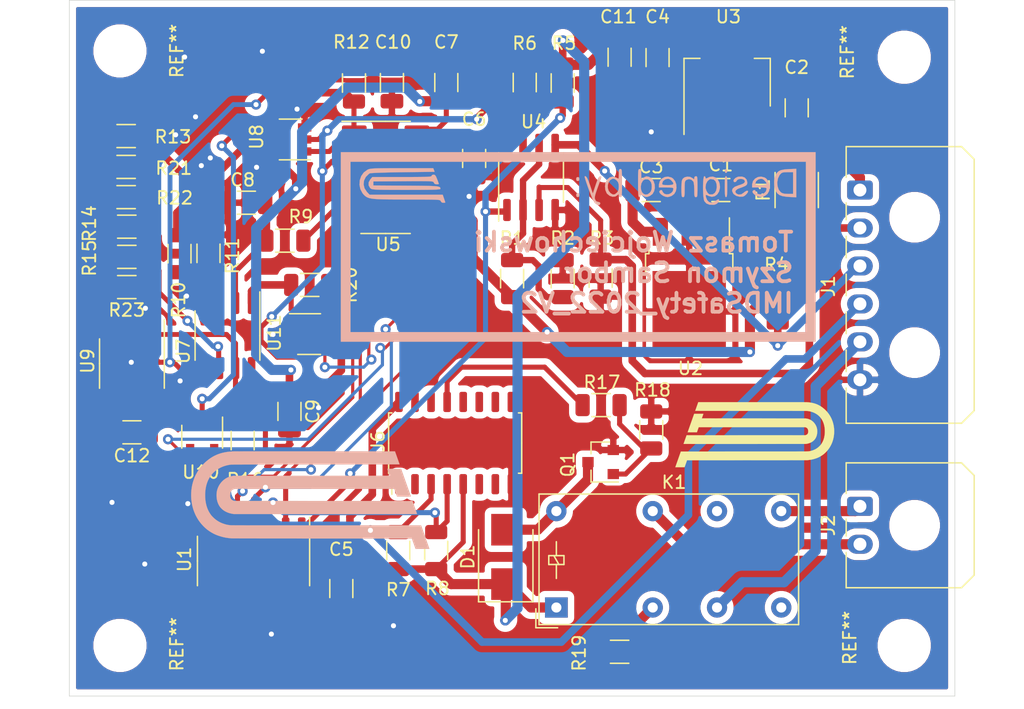
<source format=kicad_pcb>
(kicad_pcb (version 20211014) (generator pcbnew)
  (layers (0 "F.Cu" signal) (31 "B.Cu" signal) (34 "B.Paste" user) (35 "F.Paste" user) (36 "B.SilkS" user "B.Silkscreen") (37 "F.SilkS" user "F.Silkscreen") (38 "B.Mask" user) (39 "F.Mask" user) (44 "Edge.Cuts" user))
  (net 0 "")
  (net 1 "GND")
  (net 2 "+24V")
  (net 3 "+12V")
  (net 4 "+5V")
  (net 5 "Net-(C8-Pad1)")
  (net 6 "Net-(C10-Pad1)")
  (net 7 "Net-(F1-Pad2)")
  (net 8 "COCKPIT_LED")
  (net 9 "EXT_RESET")
  (net 10 "IMD_PWM_LS")
  (net 11 "IMD_OK_HS")
  (net 12 "SAFETY_2")
  (net 13 "SAFETY_1")
  (net 14 "Net-(K1-Pad14)")
  (net 15 "Net-(K1-Pad11)")
  (net 16 "Net-(K1-Pad22)")
  (net 17 "Net-(Q1-Pad1)")
  (net 18 "Net-(R1-Pad2)")
  (net 19 "OK_HS_TTL")
  (net 20 "PWM_TTL")
  (net 21 "Net-(R8-Pad2)")
  (net 22 "Net-(R9-Pad2)")
  (net 23 "Net-(R10-Pad1)")
  (net 24 "Net-(R12-Pad2)")
  (net 25 "Net-(R13-Pad1)")
  (net 26 "Net-(R14-Pad1)")
  (net 27 "Net-(R16-Pad2)")
  (net 28 "Net-(R17-Pad2)")
  (net 29 "PWM_OK")
  (net 30 "Net-(U5-Pad4)")
  (net 31 "Net-(U5-Pad2)")
  (net 32 "Net-(U6-Pad15)")
  (net 33 "Net-(U6-Pad14)")
  (net 34 "Net-(U6-Pad12)")
  (net 35 "Net-(U6-Pad11)")
  (net 36 "Net-(U6-Pad10)")
  (net 37 "Net-(U6-Pad9)")
  (net 38 "Net-(U6-Pad7)")
  (net 39 "Net-(U6-Pad6)")
  (net 40 "Net-(U6-Pad1)")
  (net 41 "Net-(D1-Pad2)")
  (net 42 "Net-(R20-Pad2)")
  (net 43 "Net-(U1-Pad6)")
  (net 44 "Net-(U1-Pad5)")
  (net 45 "Net-(U1-Pad4)")
  (net 46 "Net-(U1-Pad2)")
  (net 47 "DUTY_OK")
  (net 48 "Net-(R14-Pad2)")
  (net 49 "Net-(R15-Pad1)")
  (net 50 "Net-(R21-Pad1)")
  (footprint "Capacitor_SMD:C_1206_3216Metric" (layer "F.Cu") (at 176.5 82.5 180)
    (fp_text reference "C1")
    (fp_text value "1u/35V")
  )
  (footprint "Capacitor_SMD:C_1206_3216Metric" (layer "F.Cu") (at 182.5 76 90)
    (fp_text reference "C2")
    (fp_text value "1u/35V")
  )
  (footprint "Capacitor_SMD:C_1206_3216Metric" (layer "F.Cu") (at 171 82.5)
    (fp_text reference "C3")
    (fp_text value "1u/35V")
  )
  (footprint "Capacitor_SMD:C_1206_3216Metric" (layer "F.Cu") (at 171.5 72.025 -90)
    (fp_text reference "C4")
    (fp_text value "1u/35V")
  )
  (footprint "Capacitor_SMD:C_1206_3216Metric" (layer "F.Cu") (at 146.5 114 90)
    (fp_text reference "C5")
    (fp_text value "100nF/35V")
  )
  (footprint "Capacitor_SMD:C_1206_3216Metric" (layer "F.Cu") (at 157 80 -90)
    (fp_text reference "C6")
    (fp_text value "100nF/35V")
  )
  (footprint "Capacitor_SMD:C_1206_3216Metric" (layer "F.Cu") (at 154.8 74 90)
    (fp_text reference "C7")
    (fp_text value "100nF/35V")
  )
  (footprint "Capacitor_SMD:C_1206_3216Metric" (layer "F.Cu") (at 139 83.5 180)
    (fp_text reference "C8")
    (fp_text value "1u/35V")
  )
  (footprint "Capacitor_SMD:C_1206_3216Metric" (layer "F.Cu") (at 142.4 100 -90)
    (fp_text reference "C9")
    (fp_text value "100nF/35V")
  )
  (footprint "Capacitor_SMD:C_1206_3216Metric" (layer "F.Cu") (at 150.5 74 -90)
    (fp_text reference "C10")
    (fp_text value "1u/35V")
  )
  (footprint "Capacitor_SMD:C_1206_3216Metric" (layer "F.Cu") (at 168.5 72 -90)
    (fp_text reference "C11")
    (fp_text value "100nF/35V")
  )
  (footprint "Capacitor_SMD:C_1206_3216Metric" (layer "F.Cu") (at 129.9464 101.6508 180)
    (fp_text reference "C12")
    (fp_text value "100nF/35V")
  )
  (footprint "Diode_SMD:D_SMB" (layer "F.Cu") (at 159.5 111.5 90)
    (fp_text reference "D1")
    (fp_text value "D_Small")
  )
  (footprint "Fuse:Fuse_1812_4532Metric" (layer "F.Cu") (at 182.5 82.5 90)
    (fp_text reference "F1")
    (fp_text value "Fuse")
  )
  (footprint "Connector_Molex:Molex_Micro-Fit_3.0_43650-0600_1x06_P3.00mm_Horizontal" (layer "F.Cu") (at 187.5 82.5 -90)
    (fp_text reference "J1")
    (fp_text value "Conn_01x06")
  )
  (footprint "Connector_Molex:Molex_Micro-Fit_3.0_43650-0200_1x02_P3.00mm_Horizontal" (layer "F.Cu") (at 187.5 107.5 -90)
    (fp_text reference "J2")
    (fp_text value "Conn_01x02")
  )
  (footprint "Relay_THT:Relay_DPDT_Finder_30.22" (layer "F.Cu") (at 163.5 115.5)
    (fp_text reference "K1")
    (fp_text value "FINDER-30.22.7.005.0010")
  )
  (footprint "Package_TO_SOT_SMD:SOT-23" (layer "F.Cu") (at 167 104 180)
    (fp_text reference "Q1")
    (fp_text value "2N7002")
  )
  (footprint "Resistor_SMD:R_1206_3216Metric" (layer "F.Cu") (at 160 89.5 90)
    (fp_text reference "R1")
    (fp_text value "10K")
  )
  (footprint "Resistor_SMD:R_1206_3216Metric" (layer "F.Cu") (at 164 89.5 90)
    (fp_text reference "R2")
    (fp_text value "10K")
  )
  (footprint "Resistor_SMD:R_1206_3216Metric" (layer "F.Cu") (at 167 89.4625 -90)
    (fp_text reference "R3")
    (fp_text value "2.2K")
  )
  (footprint "Resistor_SMD:R_1206_3216Metric" (layer "F.Cu") (at 181 91.5 -90)
    (fp_text reference "R4")
    (fp_text value "2.2K")
  )
  (footprint "Resistor_SMD:R_1206_3216Metric" (layer "F.Cu") (at 164 74.0375 -90)
    (fp_text reference "R5")
    (fp_text value "2.2K")
  )
  (footprint "Resistor_SMD:R_1206_3216Metric" (layer "F.Cu") (at 161 74 -90)
    (fp_text reference "R6")
    (fp_text value "2.2K")
  )
  (footprint "Resistor_SMD:R_1206_3216Metric" (layer "F.Cu") (at 151 111 90)
    (fp_text reference "R7")
    (fp_text value "2.2K")
  )
  (footprint "Resistor_SMD:R_1206_3216Metric" (layer "F.Cu") (at 154 111 90)
    (fp_text reference "R8")
    (fp_text value "2.2K")
  )
  (footprint "Resistor_SMD:R_1206_3216Metric" (layer "F.Cu") (at 142.0375 86.5)
    (fp_text reference "R9")
    (fp_text value "47K")
  )
  (footprint "Resistor_SMD:R_1206_3216Metric" (layer "F.Cu") (at 133.7056 87.5284 90)
    (fp_text reference "R10")
    (fp_text value "400K")
  )
  (footprint "Resistor_SMD:R_1206_3216Metric" (layer "F.Cu") (at 136 87.5 -90)
    (fp_text reference "R11")
    (fp_text value "100K")
  )
  (footprint "Resistor_SMD:R_1206_3216Metric" (layer "F.Cu") (at 147.5 74.0375 -90)
    (fp_text reference "R12")
    (fp_text value "47K")
  )
  (footprint "Resistor_SMD:R_1206_3216Metric" (layer "F.Cu") (at 129.4892 78.232)
    (fp_text reference "R13")
    (fp_text value "300K")
  )
  (footprint "Resistor_SMD:R_1206_3216Metric" (layer "F.Cu") (at 129.54 85.3948 180)
    (fp_text reference "R14")
    (fp_text value "150K")
  )
  (footprint "Resistor_SMD:R_1206_3216Metric" (layer "F.Cu") (at 129.54 87.7824)
    (fp_text reference "R15")
    (fp_text value "47K")
  )
  (footprint "Resistor_SMD:R_1206_3216Metric" (layer "F.Cu") (at 138.7 102.3 90)
    (fp_text reference "R16")
    (fp_text value "2.2K")
  )
  (footprint "Resistor_SMD:R_1206_3216Metric" (layer "F.Cu") (at 167.0375 99.5 180)
    (fp_text reference "R17")
    (fp_text value "100")
  )
  (footprint "Resistor_SMD:R_1206_3216Metric" (layer "F.Cu") (at 171 101.4625 -90)
    (fp_text reference "R18")
    (fp_text value "10K")
  )
  (footprint "Resistor_SMD:R_1206_3216Metric" (layer "F.Cu") (at 168.5 119)
    (fp_text reference "R19")
    (fp_text value "1K")
  )
  (footprint "Resistor_SMD:R_1206_3216Metric" (layer "F.Cu") (at 144 90 180)
    (fp_text reference "R20")
    (fp_text value "2.2K")
  )
  (footprint "Package_SO:SOIC-14_3.9x8.7mm_P1.27mm" (layer "F.Cu") (at 139.5603 111.8235 -90)
    (fp_text reference "U1")
    (fp_text value "SN74LS32D")
  )
  (footprint "Package_TO_SOT_SMD:TO-252-3_TabPin2" (layer "F.Cu") (at 174 90 -90)
    (fp_text reference "U2")
    (fp_text value "MC78M12CDTG")
  )
  (footprint "Package_TO_SOT_SMD:SOT-223-3_TabPin2" (layer "F.Cu") (at 177 74 90)
    (fp_text reference "U3")
    (fp_text value "LM1117IMP-5.0")
  )
  (footprint "Package_SO:SO-8_3.9x4.9mm_P1.27mm" (layer "F.Cu") (at 161.5 81.5 90)
    (fp_text reference "U4")
    (fp_text value "LM393")
  )
  (footprint "Package_SO:SOIC-14_3.9x8.7mm_P1.27mm" (layer "F.Cu") (at 150 81.5)
    (fp_text reference "U5")
    (fp_text value "74AC04SC")
  )
  (footprint "Package_SO:SOP-16_4.55x10.3mm_P1.27mm" (layer "F.Cu") (at 155.5 102.5 90)
    (fp_text reference "U6")
    (fp_text value "CD4044BD")
  )
  (footprint "Package_SO:SO-8_3.9x4.9mm_P1.27mm" (layer "F.Cu") (at 137.5 94 -90)
    (fp_text reference "U7")
    (fp_text value "LM393")
  )
  (footprint "Package_TO_SOT_SMD:SOT-23-5" (layer "F.Cu") (at 142.5 78.5 180)
    (fp_text reference "U8")
    (fp_text value "74LVC1G79")
  )
  (footprint "Package_SO:SO-8_3.9x4.9mm_P1.27mm" (layer "F.Cu") (at 129.9464 96.2152 -90)
    (fp_text reference "U9")
    (fp_text value "LM393")
  )
  (footprint "Package_TO_SOT_SMD:SOT-23-5" (layer "F.Cu") (at 135.5 102 -90)
    (fp_text reference "U10")
    (fp_text value "74LVC1G79")
  )
  (footprint "Package_TO_SOT_SMD:SOT-23-5" (layer "F.Cu") (at 143.955001 93.885001)
    (fp_text reference "U11")
    (fp_text value "74LVC1G79")
  )
  (footprint "MountingHole:MountingHole_3.2mm_M3" (layer "F.Cu") (at 129 118.5)
    (fp_text reference "REF**")
    (fp_text value "MountingHole_3.2mm_M3")
  )
  (footprint "MountingHole:MountingHole_3.2mm_M3" (layer "F.Cu") (at 191 118.5)
    (fp_text reference "REF**")
    (fp_text value "MountingHole_3.2mm_M3")
  )
  (footprint "MountingHole:MountingHole_3.2mm_M3" (layer "F.Cu") (at 129 71.5)
    (fp_text reference "REF**")
    (fp_text value "MountingHole_3.2mm_M3")
  )
  (footprint "MountingHole:MountingHole_3.2mm_M3" (layer "F.Cu") (at 191 72)
    (fp_text reference "REF**")
    (fp_text value "MountingHole_3.2mm_M3")
  )
  (footprint "Logos:PUTM_LOGO_15mm" (layer "F.Cu") (at 178.8 101.7)
    (fp_text reference "G***" hide)
    (fp_text value "LOGO" hide)
  )
  (footprint "Resistor_SMD:R_1206_3216Metric" (layer "F.Cu") (at 129.4892 80.6704 180)
    (fp_text reference "R21")
    (fp_text value "0k")
  )
  (footprint "Resistor_SMD:R_1206_3216Metric" (layer "F.Cu") (at 129.4892 83.058)
    (fp_text reference "R22")
    (fp_text value "0k")
  )
  (footprint "Resistor_SMD:R_1206_3216Metric" (layer "F.Cu") (at 129.54 90.17 180)
    (fp_text reference "R23")
    (fp_text value "0k")
  )
  (footprint "Logos:SignatureBox37mm" (layer "B.Cu") (at 165.259 86.9945 180)
    (fp_text reference "G***" hide)
    (fp_text value "LOGO" hide)
  )
  (footprint "Logos:PUTM_LOGO_22mm" (layer "B.Cu") (at 144.6215 106.8065 180)
    (fp_text reference "G***" hide)
    (fp_text value "LOGO" hide)
  )
  (gr_line (start 195 122.5) (end 195 67.5) (layer "Edge.Cuts") (width 0.05))
  (gr_line (start 125 122.5) (end 195 122.5) (layer "Edge.Cuts") (width 0.05))
  (gr_line (start 125 67.5) (end 125 122.5) (layer "Edge.Cuts") (width 0.05))
  (gr_line (start 195 67.5) (end 125 67.5) (layer "Edge.Cuts") (width 0.05))
  (gr_text "Tomasz Wojciechowski\nSzymon Sambor\nIMDSafety_2022_V2" (at 182.404 89.0265) (layer "B.SilkS") (effects (font (size 1.5 1.5) (thickness 0.3)) (justify left mirror)))
  (segment (start 142.855001 94.835001) (end 142.022013 94.835001) (width 0.4) (layer "F.Cu") (net 1))
  (segment (start 143.6 76.7) (end 143 76.1) (width 0.4) (layer "F.Cu") (net 1))
  (segment (start 143.6 77.55) (end 143.6 76.7) (width 0.4) (layer "F.Cu") (net 1))
  (segment (start 142.022013 94.835001) (end 141.100002 93.91299) (width 0.4) (layer "F.Cu") (net 1))
  (via (at 134.2644 90.8812) (size 0.8) (drill 0.4) (layers "F.Cu" "B.Cu") (net 1))
  (via (at 128.3716 107.188) (size 0.8) (drill 0.4) (layers "F.Cu" "B.Cu") (net 1))
  (via (at 134.112 71.9836) (size 0.8) (drill 0.4) (layers "F.Cu" "B.Cu") (net 1))
  (via (at 133.7564 97.5868) (size 0.8) (drill 0.4) (layers "F.Cu" "B.Cu") (net 1))
  (via (at 140.97 117.602) (size 0.8) (drill 0.4) (layers "F.Cu" "B.Cu") (net 1))
  (via (at 135.4328 80.5688) (size 0.8) (drill 0.4) (layers "F.Cu" "B.Cu") (net 1))
  (via (at 134.366 107.2896) (size 0.8) (drill 0.4) (layers "F.Cu" "B.Cu") (net 1))
  (via (at 156.6 83) (size 0.8) (drill 0.4) (layers "F.Cu" "B.Cu") (net 1))
  (via (at 139.8 80.7) (size 0.8) (drill 0.4) (layers "F.Cu" "B.Cu") (net 1))
  (via (at 131.0132 91.8464) (size 0.8) (drill 0.4) (layers "F.Cu" "B.Cu") (net 1))
  (via (at 171 77.9) (size 0.8) (drill 0.4) (layers "F.Cu" "B.Cu") (net 1))
  (via (at 144.7 99.7) (size 0.8) (drill 0.4) (layers "F.Cu" "B.Cu") (net 1))
  (via (at 130.9624 112.0648) (size 0.8) (drill 0.4) (layers "F.Cu" "B.Cu") (net 1))
  (via (at 150.622 116.9416) (size 0.8) (drill 0.4) (layers "F.Cu" "B.Cu") (net 1))
  (via (at 136.144 79.9592) (size 0.8) (drill 0.4) (layers "F.Cu" "B.Cu") (net 1))
  (via (at 143 76.1) (size 0.8) (drill 0.4) (layers "F.Cu" "B.Cu") (net 1))
  (via (at 129.8956 96.1136) (size 0.8) (drill 0.4) (layers "F.Cu" "B.Cu") (net 1))
  (via (at 133.4008 78.1304) (size 0.8) (drill 0.4) (layers "F.Cu" "B.Cu") (net 1))
  (via (at 141.100002 93.91299) (size 0.8) (drill 0.4) (layers "F.Cu" "B.Cu") (net 1))
  (via (at 134.9756 76.708) (size 0.8) (drill 0.4) (layers "F.Cu" "B.Cu") (net 1))
  (via (at 140.2588 71.5264) (size 0.8) (drill 0.4) (layers "F.Cu" "B.Cu") (net 1))
  (segment (start 155.835 78.525) (end 155.11 79.25) (width 0.8) (layer "F.Cu") (net 2))
  (segment (start 156.88 84.94255) (end 156.88 87.8425) (width 0.8) (layer "F.Cu") (net 2))
  (segment (start 181 86.1375) (end 181 90.0375) (width 0.8) (layer "F.Cu") (net 2))
  (segment (start 157 78.525) (end 155.835 78.525) (width 0.8) (layer "F.Cu") (net 2))
  (segment (start 155.11 79.25) (end 155.11 83.17255) (width 0.8) (layer "F.Cu") (net 2))
  (segment (start 157 78.525) (end 159.195 78.525) (width 0.8) (layer "F.Cu") (net 2))
  (segment (start 159.195 78.525) (end 159.595 78.925) (width 0.8) (layer "F.Cu") (net 2))
  (segment (start 181 90.0375) (end 178.8 92.2375) (width 0.8) (layer "F.Cu") (net 2))
  (segment (start 177.975 82.5) (end 177.975 83.525) (width 0.8) (layer "F.Cu") (net 2))
  (segment (start 160 90.9625) (end 162.7575 93.72) (width 0.8) (layer "F.Cu") (net 2))
  (segment (start 177.975 82.5) (end 179 82.5) (width 0.8) (layer "F.Cu") (net 2))
  (segment (start 179.5 83) (end 179.5 89.5) (width 0.8) (layer "F.Cu") (net 2))
  (segment (start 155.11 83.17255) (end 156.88 84.94255) (width 0.8) (layer "F.Cu") (net 2))
  (segment (start 156.88 87.8425) (end 160 90.9625) (width 0.8) (layer "F.Cu") (net 2))
  (segment (start 180.0375 90.0375) (end 179.5 89.5) (width 0.8) (layer "F.Cu") (net 2))
  (segment (start 181 90.0375) (end 180.0375 90.0375) (width 0.8) (layer "F.Cu") (net 2))
  (segment (start 177.975 83.525) (end 176.28 85.22) (width 0.8) (layer "F.Cu") (net 2))
  (segment (start 182.5 84.6375) (end 181 86.1375) (width 0.8) (layer "F.Cu") (net 2))
  (segment (start 178.8 92.2375) (end 178.8 95.3) (width 0.8) (layer "F.Cu") (net 2))
  (segment (start 176.28 85.22) (end 176.28 85.8) (width 0.8) (layer "F.Cu") (net 2))
  (segment (start 162.7575 93.72) (end 162.77 93.72) (width 0.8) (layer "F.Cu") (net 2))
  (segment (start 179 82.5) (end 179.5 83) (width 0.8) (layer "F.Cu") (net 2))
  (via (at 162.77 93.72) (size 0.8) (drill 0.4) (layers "F.Cu" "B.Cu") (net 2))
  (via (at 178.8 95.3) (size 0.8) (drill 0.4) (layers "F.Cu" "B.Cu") (net 2))
  (segment (start 178.8 95.3) (end 164.35 95.3) (width 0.8) (layer "B.Cu") (net 2))
  (segment (start 164.35 95.3) (end 162.77 93.72) (width 0.8) (layer "B.Cu") (net 2))
  (segment (start 179.3 77.15) (end 179.3 78.7) (width 0.8) (layer "F.Cu") (net 3))
  (segment (start 171.72 85.8) (end 170.3 85.8) (width 0.8) (layer "F.Cu") (net 3))
  (segment (start 179.625 77.475) (end 179.3 77.15) (width 0.8) (layer "F.Cu") (net 3))
  (segment (start 169.525 81.475) (end 171 80) (width 0.8) (layer "F.Cu") (net 3))
  (segment (start 169.525 85.025) (end 169.525 82.5) (width 0.8) (layer "F.Cu") (net 3))
  (segment (start 179.3 78.7) (end 178 80) (width 0.8) (layer "F.Cu") (net 3))
  (segment (start 170.3 85.8) (end 169.525 85.025) (width 0.8) (layer "F.Cu") (net 3))
  (segment (start 171 80) (end 178 80) (width 0.8) (layer "F.Cu") (net 3))
  (segment (start 182.5 77.475) (end 179.625 77.475) (width 0.8) (layer "F.Cu") (net 3))
  (segment (start 169.525 82.5) (end 169.525 81.475) (width 0.8) (layer "F.Cu") (net 3))
  (segment (start 164 72.575) (end 164 70.69) (width 0.6) (layer "F.Cu") (net 4))
  (segment (start 133.6 105) (end 131.475 102.875) (width 0.6) (layer "F.Cu") (net 4))
  (segment (start 177 70.85) (end 171.8 70.85) (width 0.8) (layer "F.Cu") (net 4))
  (segment (start 133.5 86.075) (end 133.5 84.3) (width 0.6) (layer "F.Cu") (net 4))
  (segment (start 133.5 84.3) (end 135.2906 82.5094) (width 0.6) (layer "F.Cu") (net 4))
  (segment (start 138.7 103.7625) (end 137.1125 103.7625) (width 0.4) (layer "F.Cu") (net 4))
  (segment (start 136.9 81) (end 138.6 79.3) (width 0.6) (layer "F.Cu") (net 4))
  (segment (start 168.525 70.55) (end 168.5 70.525) (width 0.8) (layer "F.Cu") (net 4))
  (segment (start 131.475 102.875) (end 131.475 99.902986) (width 0.6) (layer "F.Cu") (net 4))
  (segment (start 142.9 81.6) (end 141.4 80.1) (width 0.6) (layer "F.Cu") (net 4))
  (segment (start 164 70.69) (end 164.02 70.67) (width 0.6) (layer "F.Cu") (net 4))
  (segment (start 139.9 103.8) (end 138.7375 103.8) (width 0.4) (layer "F.Cu") (net 4))
  (segment (start 143.3703 114.2985) (end 144.5 115.4282) (width 0.6) (layer "F.Cu") (net 4))
  (segment (start 148.95 101.355) (end 148.95 106.56) (width 0.6) (layer "F.Cu") (net 4))
  (segment (start 156.135 110.3275) (end 154 112.4625) (width 0.4) (layer "F.Cu") (net 4))
  (segment (start 140.5 100.425) (end 140.5 103.2) (width 0.4) (layer "F.Cu") (net 4))
  (segment (start 164.025 72.6) (end 164 72.575) (width 0.8) (layer "F.Cu") (net 4))
  (segment (start 161 72.5375) (end 158.9625 72.5375) (width 0.8) (layer "F.Cu") (net 4))
  (segment (start 142.4 96.835563) (end 142.51745 96.718113) (width 0.6) (layer "F.Cu") (net 4))
  (segment (start 152.725 75.475) (end 152.7 75.5) (width 0.8) (layer "F.Cu") (net 4))
  (segment (start 161.0375 72.575) (end 161 72.5375) (width 0.8) (layer "F.Cu") (net 4))
  (segment (start 145.4625 91.5375) (end 145.4625 90) (width 0.6) (layer "F.Cu") (net 4))
  (segment (start 177 77.15) (end 177 70.85) (width 0.6) (layer "F.Cu") (net 4))
  (segment (start 133.969701 81.250001) (end 134.031201 81.250001) (width 0.6) (layer "F.Cu") (net 4))
  (segment (start 142.4 98.525) (end 144.729002 98.525) (width 0.6) (layer "F.Cu") (net 4))
  (segment (start 146.5 93.1) (end 146.335001 92.935001) (width 0.6) (layer "F.Cu") (net 4))
  (segment (start 142.4 98.525) (end 140.48 98.525) (width 0.4) (layer "F.Cu") (net 4))
  (segment (start 130.9517 78.232) (end 133.969701 81.250001) (width 0.6) (layer "F.Cu") (net 4))
  (segment (start 171.5 70.55) (end 168.525 70.55) (width 0.8) (layer "F.Cu") (net 4))
  (segment (start 144.729002 98.525) (end 146.5 96.754002) (width 0.6) (layer "F.Cu") (net 4))
  (segment (start 166.05 72.6) (end 164.025 72.6) (width 0.8) (layer "F.Cu") (net 4))
  (segment (start 146.4532 115.4282) (end 146.5 115.475) (width 0.6) (layer "F.Cu") (net 4))
  (segment (start 151 114.5) (end 150.025 115.475) (width 0.6) (layer "F.Cu") (net 4))
  (segment (start 151.055 99.25) (end 148.95 101.355) (width 0.6) (layer "F.Cu") (net 4))
  (segment (start 171.8 70.85) (end 171.5 70.55) (width 0.8) (layer "F.Cu") (net 4))
  (segment (start 131.8514 99.526586) (end 131.8514 98.7902) (width 0.6) (layer "F.Cu") (net 4))
  (segment (start 140.5 100.425) (end 142.4 98.525) (width 0.4) (layer "F.Cu") (net 4))
  (segment (start 151 112.4625) (end 151 114.5) (width 0.6) (layer "F.Cu") (net 4))
  (segment (start 154.8 75.475) (end 152.725 75.475) (width 0.8) (layer "F.Cu") (net 4))
  (segment (start 138.7 103.7625) (end 137.4625 105) (width 0.6) (layer "F.Cu") (net 4))
  (segment (start 164 72.575) (end 161.0375 72.575) (width 0.8) (layer "F.Cu") (net 4))
  (segment (start 136.45 103.1) (end 136.45 103.35) (width 0.6) (layer "F.Cu") (net 4))
  (segment (start 146.5 96.754002) (end 146.5 93.1) (width 0.6) (layer "F.Cu") (net 4))
  (segment (start 136.8 81) (end 136.9 81) (width 0.6) (layer "F.Cu") (net 4))
  (segment (start 137.1125 103.7625) (end 136.45 103.1) (width 0.4) (layer "F.Cu") (net 4))
  (segment (start 159.5 113.65) (end 155.1875 113.65) (width 0.8) (layer "F.Cu") (net 4))
  (segment (start 158.9625 72.5375) (end 158.9625 72.6375) (width 0.8) (layer "F.Cu") (net 4))
  (segment (start 147.18 110.45) (end 149.1925 112.4625) (width 0.6) (layer "F.Cu") (net 4))
  (segment (start 159.65 113.65) (end 161.5 115.5) (width 0.8) (layer "F.Cu") (net 4))
  (segment (start 140.48 98.525) (end 139.405 97.45) (width 0.4) (layer "F.Cu") (net 4))
  (segment (start 141.25 79.3) (end 141.4 79.45) (width 0.6) (layer "F.Cu") (net 4))
  (segment (start 141.4 80.1) (end 141.4 79.45) (width 0.6) (layer "F.Cu") (net 4))
  (segment (start 136.5125 103.0375) (end 136.45 103.1) (width 0.6) (layer "F.Cu") (net 4))
  (segment (start 139.405 97.45) (end 139.405 96.575) (width 0.4) (layer "F.Cu") (net 4))
  (segment (start 168.5 70.525) (end 168.125 70.525) (width 0.8) (layer "F.Cu") (net 4))
  (segment (start 131.475 99.902986) (end 131.8514 99.526586) (width 0.6) (layer "F.Cu") (net 4))
  (segment (start 154.11 77.69) (end 154.8 77) (width 0.4) (layer "F.Cu") (net 4))
  (segment (start 154 112.4625) (end 151 112.4625) (width 0.6) (layer "F.Cu") (net 4))
  (segment (start 145.055001 92.935001) (end 145.055001 91.944999) (width 0.6) (layer "F.Cu") (net 4))
  (segment (start 159.5 116.48) (end 159.46 116.52) (width 0.8) (layer "F.Cu") (net 4))
  (segment (start 137.4625 105) (end 133.6 105) (width 0.6) (layer "F.Cu") (net 4))
  (segment (start 146.335001 92.935001) (end 145.055001 92.935001) (width 0.6) (layer "F.Cu") (net 4))
  (segment (start 156.135 105.75) (end 156.135 110.3275) (width 0.4) (layer "F.Cu") (net 4))
  (segment (start 158.9625 72.6375) (end 156.125 75.475) (width 0.8) (layer "F.Cu") (net 4))
  (segment (start 159.5 113.65) (end 159.65 113.65) (width 0.8) (layer "F.Cu") (net 4))
  (segment (start 148.95 106.56) (end 147.18 108.33) (width 0.6) (layer "F.Cu") (net 4))
  (segment (start 147.18 108.33) (end 147.18 110.45) (width 0.6) (layer "F.Cu") (net 4))
  (segment (start 156.125 75.475) (end 154.8 75.475) (width 0.8) (layer "F.Cu") (net 4))
  (segment (start 155.1875 113.65) (end 154 112.4625) (width 0.8) (layer "F.Cu") (net 4))
  (segment (start 138.6 79.3) (end 141.25 79.3) (width 0.6) (layer "F.Cu") (net 4))
  (segment (start 140.5 103.2) (end 139.9 103.8) (width 0.4) (layer "F.Cu") (net 4))
  (segment (start 135.2906 82.5094) (end 136.8 81) (width 0.6) (layer "F.Cu") (net 4))
  (segment (start 152.475 77.69) (end 154.11 77.69) (width 0.4) (layer "F.Cu") (net 4))
  (segment (start 142.9 82.4) (end 142.9 81.6) (width 0.6) (layer "F.Cu") (net 4))
  (segment (start 144.5 115.4282) (end 146.4532 115.4282) (width 0.6) (layer "F.Cu") (net 4))
  (segment (start 150.025 115.475) (end 146.5 115.475) (width 0.6) (layer "F.Cu") (net 4))
  (segment (start 142.4 98.525) (end 142.4 96.835563) (width 0.6) (layer "F.Cu") (net 4))
  (segment (start 145.055001 91.944999) (end 145.4625 91.5375) (width 0.6) (layer "F.Cu") (net 4))
  (segment (start 159.5 113.65) (end 159.5 116.48) (width 0.8) (layer "F.Cu") (net 4))
  (segment (start 134.031201 81.250001) (end 135.2906 82.5094) (width 0.6) (layer "F.Cu") (net 4))
  (segment (start 149.1925 112.4625) (end 151 112.4625) (width 0.6) (layer "F.Cu") (net 4))
  (segment (start 168.125 70.525) (end 166.05 72.6) (width 0.8) (layer "F.Cu") (net 4))
  (segment (start 154.8 77) (end 154.8 75.475) (width 0.4) (layer "F.Cu") (net 4))
  (segment (start 138.7375 103.8) (end 138.7 103.7625) (width 0.4) (layer "F.Cu") (net 4))
  (segment (start 161.5 115.5) (end 163.5 115.5) (width 0.8) (layer "F.Cu") (net 4))
  (via (at 159.46 116.52) (size 0.8) (drill 0.4) (layers "F.Cu" "B.Cu") (net 4))
  (via (at 164.02 70.67) (size 0.8) (drill 0.4) (layers "F.Cu" "B.Cu") (net 4))
  (via (at 142.51745 96.718113) (size 0.8) (drill 0.4) (layers "F.Cu" "B.Cu") (net 4))
  (via (at 152.7 75.5) (size 0.8) (drill 0.4) (layers "F.Cu" "B.Cu") (net 4))
  (via (at 142.9 82.4) (size 0.8) (drill 0.4) (layers "F.Cu" "B.Cu") (net 4))
  (segment (start 164.950001 71.610001) (end 165.7 72.36) (width 0.8) (layer "B.Cu") (net 4))
  (segment (start 143.4 81.9) (end 142.9 82.4) (width 0.8) (layer "B.Cu") (net 4))
  (segment (start 139.767929 85.532071) (end 139.767929 95.475929) (width 0.8) (layer "B.Cu") (net 4))
  (segment (start 151.6 74.4) (end 146.9 74.4) (width 0.8) (layer "B.Cu") (net 4))
  (segment (start 164.950001 71.600001) (end 164.950001 71.610001) (width 0.8) (layer "B.Cu") (net 4))
  (segment (start 141.010113 96.718113) (end 142.51745 96.718113) (width 0.8) (layer "B.Cu") (net 4))
  (segment (start 152.7 75.5) (end 151.6 74.4) (width 0.8) (layer "B.Cu") (net 4))
  (segment (start 143.4 77.9) (end 143.4 81.9) (width 0.8) (layer "B.Cu") (net 4))
  (segment (start 146.9 74.4) (end 143.4 77.9) (width 0.8) (layer "B.Cu") (net 4))
  (segment (start 142.9 82.4) (end 139.767929 85.532071) (width 0.8) (layer "B.Cu") (net 4))
  (segment (start 164.02 70.67) (end 164.950001 71.600001) (width 0.8) (layer "B.Cu") (net 4))
  (segment (start 139.767929 95.475929) (end 141.010113 96.718113) (width 0.8) (layer "B.Cu") (net 4))
  (segment (start 160.43 115.55) (end 159.46 116.52) (width 0.8) (layer "B.Cu") (net 4))
  (segment (start 165.7 72.36) (end 165.7 85.58) (width 0.8) (layer "B.Cu") (net 4))
  (segment (start 165.7 85.58) (end 160.43 90.85) (width 0.8) (layer "B.Cu") (net 4))
  (segment (start 160.43 90.85) (end 160.43 115.55) (width 0.8) (layer "B.Cu") (net 4))
  (segment (start 140.575 83.6) (end 140.475 83.5) (width 0.6) (layer "F.Cu") (net 5))
  (segment (start 140.575 86.5) (end 140.575 83.6) (width 0.6) (layer "F.Cu") (net 5))
  (segment (start 138.135 88.94) (end 140.575 86.5) (width 0.4) (layer "F.Cu") (net 5))
  (segment (start 138.135 91.425) (end 138.135 88.94) (width 0.4) (layer "F.Cu") (net 5))
  (segment (start 139.7572 75.7428) (end 142.925 72.575) (width 0.4) (layer "F.Cu") (net 6))
  (segment (start 133.2484 96.1136) (end 133.7098 96.575) (width 0.4) (layer "F.Cu") (net 6))
  (segment (start 130.5814 93.6402) (end 130.5814 94.615) (width 0.4) (layer "F.Cu") (net 6))
  (segment (start 133.7098 96.575) (end 135.595 96.575) (width 0.4) (layer "F.Cu") (net 6))
  (segment (start 139.7572 75.7428) (end 139.7572 75.7428) (width 0.4) (layer "F.Cu") (net 6))
  (segment (start 132.9436 96.1136) (end 133.2484 96.1136) (width 0.4) (layer "F.Cu") (net 6))
  (segment (start 150.45 72.575) (end 150.5 72.525) (width 0.8) (layer "F.Cu") (net 6))
  (segment (start 142.925 72.575) (end 147.5 72.575) (width 0.4) (layer "F.Cu") (net 6))
  (segment (start 130.5814 94.615) (end 132.08 96.1136) (width 0.4) (layer "F.Cu") (net 6))
  (segment (start 147.5 72.575) (end 150.45 72.575) (width 0.8) (layer "F.Cu") (net 6))
  (segment (start 132.08 96.1136) (end 132.9436 96.1136) (width 0.4) (layer "F.Cu") (net 6))
  (via (at 139.7572 75.7428) (size 0.8) (drill 0.4) (layers "F.Cu" "B.Cu") (net 6))
  (via (at 132.9436 96.1136) (size 0.8) (drill 0.4) (layers "F.Cu" "B.Cu") (net 6))
  (segment (start 132.959499 80.756101) (end 132.959499 95.773899) (width 0.381) (layer "B.Cu") (net 6))
  (segment (start 137.9728 75.7428) (end 132.959499 80.756101) (width 0.381) (layer "B.Cu") (net 6))
  (segment (start 132.959499 95.773899) (end 132.9436 95.789798) (width 0.381) (layer "B.Cu") (net 6))
  (segment (start 132.9436 95.789798) (end 132.9436 96.1136) (width 0.381) (layer "B.Cu") (net 6))
  (segment (start 139.7572 75.7428) (end 137.9728 75.7428) (width 0.381) (layer "B.Cu") (net 6))
  (segment (start 186.3625 80.3625) (end 182.5 80.3625) (width 0.8) (layer "F.Cu") (net 7))
  (segment (start 187.5 82.5) (end 187.5 81.5) (width 0.8) (layer "F.Cu") (net 7))
  (segment (start 187.5 81.5) (end 186.3625 80.3625) (width 0.8) (layer "F.Cu") (net 7))
  (segment (start 178.2 113.5) (end 176.2 115.5) (width 0.8) (layer "B.Cu") (net 8))
  (segment (start 184 98) (end 184 111) (width 0.8) (layer "B.Cu") (net 8))
  (segment (start 184 111) (end 181.5 113.5) (width 0.8) (layer "B.Cu") (net 8))
  (segment (start 181.5 113.5) (end 178.2 113.5) (width 0.8) (layer "B.Cu") (net 8))
  (segment (start 187.5 94.5) (end 184 98) (width 0.8) (layer "B.Cu") (net 8))
  (segment (start 151 109.5375) (end 153.595 106.9425) (width 0.4) (layer "F.Cu") (net 9))
  (segment (start 150.8625 109.4) (end 151 109.5375) (width 0.6) (layer "F.Cu") (net 9))
  (segment (start 148.8 109.4) (end 150.8625 109.4) (width 0.6) (layer "F.Cu") (net 9))
  (segment (start 153.595 106.9425) (end 153.595 105.75) (width 0.4) (layer "F.Cu") (net 9))
  (via (at 148.8 109.4) (size 0.8) (drill 0.4) (layers "F.Cu" "B.Cu") (net 9))
  (segment (start 183.149999 95.850001) (end 181.649999 95.850001) (width 0.6) (layer "B.Cu") (net 9))
  (segment (start 157.63 118.23) (end 148.8 109.4) (width 0.6) (layer "B.Cu") (net 9))
  (segment (start 173.94 103.56) (end 173.94 108.18) (width 0.6) (layer "B.Cu") (net 9))
  (segment (start 173.94 108.18) (end 163.89 118.23) (width 0.6) (layer "B.Cu") (net 9))
  (segment (start 187.5 91.5) (end 183.149999 95.850001) (width 0.6) (layer "B.Cu") (net 9))
  (segment (start 163.89 118.23) (end 157.63 118.23) (width 0.6) (layer "B.Cu") (net 9))
  (segment (start 181.649999 95.850001) (end 173.94 103.56) (width 0.6) (layer "B.Cu") (net 9))
  (segment (start 165.255 78.925) (end 167.32 80.99) (width 0.6) (layer "F.Cu") (net 10))
  (segment (start 181 94.8) (end 181 92.9625) (width 0.6) (layer "F.Cu") (net 10))
  (segment (start 163.405 78.925) (end 165.255 78.925) (width 0.6) (layer "F.Cu") (net 10))
  (via (at 181 94.8) (size 0.8) (drill 0.4) (layers "F.Cu" "B.Cu") (net 10))
  (via (at 167.32 80.99) (size 0.8) (drill 0.4) (layers "F.Cu" "B.Cu") (net 10))
  (segment (start 187.5 88.5) (end 187.3 88.5) (width 0.6) (layer "B.Cu") (net 10))
  (segment (start 167.32 81.12) (end 167.32 80.99) (width 0.6) (layer "B.Cu") (net 10))
  (segment (start 187.3 88.5) (end 181 94.8) (width 0.6) (layer "B.Cu") (net 10))
  (segment (start 181 94.8) (end 167.32 81.12) (width 0.6) (layer "B.Cu") (net 10))
  (segment (start 164.4 82.3) (end 167 84.9) (width 0.4) (layer "F.Cu") (net 11))
  (segment (start 170.5 97) (end 169.5 96) (width 0.6) (layer "F.Cu") (net 11))
  (segment (start 169.5 88.5) (end 169 88) (width 0.6) (layer "F.Cu") (net 11))
  (segment (start 167 86.5) (end 167 88) (width 0.4) (layer "F.Cu") (net 11))
  (segment (start 183.5 87.5) (end 183.5 96.3) (width 0.6) (layer "F.Cu") (net 11))
  (segment (start 169.5 96) (end 169.5 88.5) (width 0.6) (layer "F.Cu") (net 11))
  (segment (start 167 84.9) (end 167 86.5) (width 0.4) (layer "F.Cu") (net 11))
  (segment (start 187.5 85.5) (end 185.5 85.5) (width 0.6) (layer "F.Cu") (net 11))
  (segment (start 169 88) (end 167 88) (width 0.6) (layer "F.Cu") (net 11))
  (segment (start 182.8 97) (end 170.5 97) (width 0.6) (layer "F.Cu") (net 11))
  (segment (start 185.5 85.5) (end 183.5 87.5) (width 0.6) (layer "F.Cu") (net 11))
  (segment (start 162.135 82.265) (end 162.17 82.3) (width 0.4) (layer "F.Cu") (net 11))
  (segment (start 162.135 84.075) (end 162.135 82.265) (width 0.4) (layer "F.Cu") (net 11))
  (segment (start 162.17 82.3) (end 164.4 82.3) (width 0.4) (layer "F.Cu") (net 11))
  (segment (start 183.5 96.3) (end 182.8 97) (width 0.6) (layer "F.Cu") (net 11))
  (segment (start 187.5 110.5) (end 173.74 110.5) (width 0.8) (layer "F.Cu") (net 12))
  (segment (start 173.74 110.5) (end 171.12 107.88) (width 0.8) (layer "F.Cu") (net 12))
  (segment (start 187.12 107.88) (end 187.5 107.5) (width 0.8) (layer "F.Cu") (net 13))
  (segment (start 181.28 107.88) (end 187.12 107.88) (width 0.8) (layer "F.Cu") (net 13))
  (segment (start 169.9625 116.6575) (end 171.12 115.5) (width 0.8) (layer "F.Cu") (net 15))
  (segment (start 169.9625 119) (end 169.9625 116.6575) (width 0.8) (layer "F.Cu") (net 15))
  (segment (start 170.425 102.925) (end 171 102.925) (width 0.4) (layer "F.Cu") (net 17))
  (segment (start 168.5 99.5) (end 168.5 101) (width 0.4) (layer "F.Cu") (net 17))
  (segment (start 168.5 101) (end 170.425 102.925) (width 0.4) (layer "F.Cu") (net 17))
  (segment (start 168 104.95) (end 168.975 104.95) (width 0.4) (layer "F.Cu") (net 17))
  (segment (start 168.975 104.95) (end 171 102.925) (width 0.4) (layer "F.Cu") (net 17))
  (segment (start 160.865 85.935) (end 160.865 84.075) (width 0.5) (layer "F.Cu") (net 18))
  (segment (start 161.6375 88.0375) (end 160 88.0375) (width 0.5) (layer "F.Cu") (net 18))
  (segment (start 160 88.0375) (end 160 86.8) (width 0.5) (layer "F.Cu") (net 18))
  (segment (start 164 90.9625) (end 162.7625 90.9625) (width 0.5) (layer "F.Cu") (net 18))
  (segment (start 162.7625 90.9625) (end 162.1 90.3) (width 0.5) (layer "F.Cu") (net 18))
  (segment (start 162.135 78.925) (end 162.135 80.465) (width 0.5) (layer "F.Cu") (net 18))
  (segment (start 162.1 90.3) (end 162.1 88.5) (width 0.5) (layer "F.Cu") (net 18))
  (segment (start 162.135 80.465) (end 160.865 81.735) (width 0.5) (layer "F.Cu") (net 18))
  (segment (start 162.1 88.5) (end 161.6375 88.0375) (width 0.5) (layer "F.Cu") (net 18))
  (segment (start 160 86.8) (end 160.865 85.935) (width 0.5) (layer "F.Cu") (net 18))
  (segment (start 160.865 81.735) (end 160.865 84.075) (width 0.5) (layer "F.Cu") (net 18))
  (segment (start 143.3703 109.3485) (end 147.2 105.5188) (width 0.4) (layer "F.Cu") (net 19))
  (segment (start 164 75.5) (end 164 76.6) (width 0.5) (layer "F.Cu") (net 19))
  (segment (start 147.2 105.5188) (end 147.2 104.9) (width 0.4) (layer "F.Cu") (net 19))
  (segment (start 164 76.6) (end 163.8 76.8) (width 0.5) (layer "F.Cu") (net 19))
  (segment (start 159.47 84.2) (end 159.595 84.075) (width 0.5) (layer "F.Cu") (net 19))
  (segment (start 157.9 84.2) (end 159.47 84.2) (width 0.5) (layer "F.Cu") (net 19))
  (via (at 163.8 76.8) (size 0.8) (drill 0.4) (layers "F.Cu" "B.Cu") (net 19))
  (via (at 157.9 84.2) (size 0.8) (drill 0.4) (layers "F.Cu" "B.Cu") (net 19))
  (via (at 147.2 104.9) (size 0.8) (drill 0.4) (layers "F.Cu" "B.Cu") (net 19))
  (segment (start 157.9 82.7) (end 157.9 84.2) (width 0.5) (layer "B.Cu") (net 19))
  (segment (start 163.8 76.8) (end 157.9 82.7) (width 0.5) (layer "B.Cu") (net 19))
  (segment (start 147.2 104.9) (end 157.9 94.2) (width 0.4) (layer "B.Cu") (net 19))
  (segment (start 157.9 94.2) (end 157.9 84.2) (width 0.4) (layer "B.Cu") (net 19))
  (segment (start 145.4 77.8) (end 144.7 78.5) (width 0.4) (layer "F.Cu") (net 20))
  (segment (start 141.444258 95.710002) (end 140.150001 94.415745) (width 0.4) (layer "F.Cu") (net 20))
  (segment (start 143.825002 95.710002) (end 141.444258 95.710002) (width 0.4) (layer "F.Cu") (net 20))
  (segment (start 142.855001 93.885001) (end 143.785001 93.885001) (width 0.4) (layer "F.Cu") (net 20))
  (segment (start 158.5375 75.4625) (end 157.2 76.8) (width 0.5) (layer "F.Cu") (net 20))
  (segment (start 160.865 78.925) (end 160.865 75.5975) (width 0.4) (layer "F.Cu") (net 20))
  (segment (start 144.7 78.5) (end 143.6 78.5) (width 0.4) (layer "F.Cu") (net 20))
  (segment (start 157.2 76.8) (end 157.2 76.9) (width 0.5) (layer "F.Cu") (net 20))
  (segment (start 147.525 80.23) (end 145.77 80.23) (width 0.4) (layer "F.Cu") (net 20))
  (segment (start 143.785001 93.885001) (end 143.935002 94.035002) (width 0.4) (layer "F.Cu") (net 20))
  (segment (start 161 75.4625) (end 158.5375 75.4625) (width 0.5) (layer "F.Cu") (net 20))
  (segment (start 140.150001 93.349999) (end 141 92.5) (width 0.4) (layer "F.Cu") (net 20))
  (segment (start 160.865 75.5975) (end 161 75.4625) (width 0.4) (layer "F.Cu") (net 20))
  (segment (start 143.935002 95.600002) (end 143.825002 95.710002) (width 0.4) (layer "F.Cu") (net 20))
  (segment (start 145.77 80.23) (end 145 81) (width 0.4) (layer "F.Cu") (net 20))
  (segment (start 143.935002 94.035002) (end 143.935002 95.600002) (width 0.4) (layer "F.Cu") (net 20))
  (segment (start 140.150001 94.415745) (end 140.150001 93.349999) (width 0.4) (layer "F.Cu") (net 20))
  (via (at 157.2 76.9) (size 0.8) (drill 0.4) (layers "F.Cu" "B.Cu") (net 20))
  (via (at 141 92.5) (size 0.8) (drill 0.4) (layers "F.Cu" "B.Cu") (net 20))
  (via (at 145 81) (size 0.8) (drill 0.4) (layers "F.Cu" "B.Cu") (net 20))
  (via (at 145.4 77.8) (size 0.8) (drill 0.4) (layers "F.Cu" "B.Cu") (net 20))
  (segment (start 145.4 77.8) (end 145 78.2) (width 0.5) (layer "B.Cu") (net 20))
  (segment (start 141 92.5) (end 145 88.5) (width 0.4) (layer "B.Cu") (net 20))
  (segment (start 145 88.5) (end 145 81) (width 0.4) (layer "B.Cu") (net 20))
  (segment (start 145 81) (end 145 78.2) (width 0.5) (layer "B.Cu") (net 20))
  (segment (start 146.3 76.9) (end 145.4 77.8) (width 0.5) (layer "B.Cu") (net 20))
  (segment (start 157.2 76.9) (end 146.3 76.9) (width 0.5) (layer "B.Cu") (net 20))
  (segment (start 154 108.1) (end 153.9 108) (width 0.4) (layer "F.Cu") (net 21))
  (segment (start 154.865 105.75) (end 154.865 108.6725) (width 0.4) (layer "F.Cu") (net 21))
  (segment (start 154 109.5375) (end 154 108.1) (width 0.4) (layer "F.Cu") (net 21))
  (segment (start 154.865 108.6725) (end 154 109.5375) (width 0.4) (layer "F.Cu") (net 21))
  (segment (start 140.8303 109.3485) (end 140.8303 107.4697) (width 0.4) (layer "F.Cu") (net 21))
  (segment (start 140.8303 107.4697) (end 141.1 107.2) (width 0.4) (layer "F.Cu") (net 21))
  (via (at 141.1 107.2) (size 0.8) (drill 0.4) (layers "F.Cu" "B.Cu") (net 21))
  (via (at 153.9 108) (size 0.8) (drill 0.4) (layers "F.Cu" "B.Cu") (net 21))
  (segment (start 153.9 108) (end 141.9 108) (width 0.4) (layer "B.Cu") (net 21))
  (segment (start 141.9 108) (end 141.1 107.2) (width 0.4) (layer "B.Cu") (net 21))
  (segment (start 147.525 84.04) (end 145.96 84.04) (width 0.4) (layer "F.Cu") (net 22))
  (segment (start 145.96 84.04) (end 143.5 86.5) (width 0.4) (layer "F.Cu") (net 22))
  (segment (start 136.865 91.425) (end 136.865 89.8275) (width 0.6) (layer "F.Cu") (net 23))
  (segment (start 133.5 89) (end 135.9625 89) (width 0.6) (layer "F.Cu") (net 23))
  (segment (start 135.9625 89) (end 136 88.9625) (width 0.6) (layer "F.Cu") (net 23))
  (segment (start 136.865 89.8275) (end 136 88.9625) (width 0.6) (layer "F.Cu") (net 23))
  (segment (start 147.5 75.5) (end 146.8 74.8) (width 0.6) (layer "F.Cu") (net 24))
  (segment (start 147.5 77.665) (end 147.525 77.69) (width 0.4) (layer "F.Cu") (net 24))
  (segment (start 138.500003 77.55) (end 137.050003 79) (width 0.4) (layer "F.Cu") (net 24))
  (segment (start 147.5 75.5) (end 147.5 77.665) (width 0.4) (layer "F.Cu") (net 24))
  (segment (start 141.4 77.55) (end 138.500003 77.55) (width 0.4) (layer "F.Cu") (net 24))
  (segment (start 146.8 74.8) (end 142.3 74.8) (width 0.6) (layer "F.Cu") (net 24))
  (segment (start 142.3 74.8) (end 141.4 75.7) (width 0.6) (layer "F.Cu") (net 24))
  (segment (start 135.5 99) (end 135.5 100.9) (width 0.4) (layer "F.Cu") (net 24))
  (segment (start 141.4 75.7) (end 141.4 77.55) (width 0.6) (layer "F.Cu") (net 24))
  (via (at 135.5 99) (size 0.8) (drill 0.4) (layers "F.Cu" "B.Cu") (net 24))
  (via (at 137.050003 79) (size 0.8) (drill 0.4) (layers "F.Cu" "B.Cu") (net 24))
  (segment (start 137.970642 97.095043) (end 136.065685 99) (width 0.4) (layer "B.Cu") (net 24))
  (segment (start 137.050003 79) (end 137.970642 79.920639) (width 0.4) (layer "B.Cu") (net 24))
  (segment (start 137.970642 79.920639) (end 137.970642 97.095043) (width 0.4) (layer "B.Cu") (net 24))
  (segment (start 136.065685 99) (end 135.5 99) (width 0.4) (layer "B.Cu") (net 24))
  (segment (start 128.0267 78.232) (end 128.0267 80.6704) (width 0.6) (layer "F.Cu") (net 25))
  (segment (start 136.8044 94.916427) (end 136.7536 94.865627) (width 0.381) (layer "F.Cu") (net 26))
  (segment (start 132.10551 90.597452) (end 134.342829 92.834771) (width 0.381) (layer "F.Cu") (net 26))
  (segment (start 132.10551 88.88541) (end 132.10551 90.597452) (width 0.381) (layer "F.Cu") (net 26))
  (segment (start 131.0025 85.3948) (end 131.0025 87.7824) (width 0.6) (layer "F.Cu") (net 26))
  (segment (start 134.683175 93.175117) (end 134.342829 92.834771) (width 0.381) (layer "F.Cu") (net 26))
  (segment (start 131.0025 87.7824) (end 132.10551 88.88541) (width 0.381) (layer "F.Cu") (net 26))
  (segment (start 136.8044 96.5144) (end 136.865 96.575) (width 0.4) (layer "F.Cu") (net 26))
  (segment (start 136.8044 95.0976) (end 136.8044 94.916427) (width 0.381) (layer "F.Cu") (net 26))
  (segment (start 136.8044 95.0976) (end 136.8044 96.5144) (width 0.4) (layer "F.Cu") (net 26))
  (via (at 134.342829 92.834771) (size 0.8) (drill 0.4) (layers "F.Cu" "B.Cu") (net 26))
  (via (at 136.7536 94.865627) (size 0.8) (drill 0.4) (layers "F.Cu" "B.Cu") (net 26))
  (segment (start 136.373685 94.865627) (end 134.342829 92.834771) (width 0.381) (layer "B.Cu") (net 26))
  (segment (start 136.7536 94.865627) (end 136.373685 94.865627) (width 0.381) (layer "B.Cu") (net 26))
  (segment (start 134.915627 93.915627) (end 137.422379 93.915627) (width 0.4) (layer "F.Cu") (net 27))
  (segment (start 132.126827 93.915627) (end 131.8514 93.6402) (width 0.381) (layer "F.Cu") (net 27))
  (segment (start 136.5125 100.8375) (end 136.45 100.9) (width 0.4) (layer "F.Cu") (net 27))
  (segment (start 136.45 100.45) (end 138.135 98.765) (width 0.4) (layer "F.Cu") (net 27))
  (segment (start 137.422379 93.915627) (end 138.135 94.628248) (width 0.4) (layer "F.Cu") (net 27))
  (segment (start 138.135 94.628248) (end 138.135 96.575) (width 0.4) (layer "F.Cu") (net 27))
  (segment (start 138.135 98.765) (end 138.135 96.575) (width 0.4) (layer "F.Cu") (net 27))
  (segment (start 134.915627 93.915627) (end 132.126827 93.915627) (width 0.381) (layer "F.Cu") (net 27))
  (segment (start 138.7 100.8375) (end 136.5125 100.8375) (width 0.4) (layer "F.Cu") (net 27))
  (segment (start 136.45 100.9) (end 136.45 100.45) (width 0.4) (layer "F.Cu") (net 27))
  (segment (start 154.865 97.635) (end 156 96.5) (width 0.4) (layer "F.Cu") (net 28))
  (segment (start 154.865 99.25) (end 154.865 97.635) (width 0.4) (layer "F.Cu") (net 28))
  (segment (start 162.575 96.5) (end 165.575 99.5) (width 0.4) (layer "F.Cu") (net 28))
  (segment (start 156 96.5) (end 162.575 96.5) (width 0.4) (layer "F.Cu") (net 28))
  (segment (start 154.3 90.64646) (end 149.967678 94.978782) (width 0.25) (layer "F.Cu") (net 29))
  (segment (start 134.55 103.1) (end 133.7 103.1) (width 0.25) (layer "F.Cu") (net 29))
  (segment (start 133.7 103.1) (end 132.8 102.2) (width 0.25) (layer "F.Cu") (net 29))
  (segment (start 152.475 84.04) (end 153.74 84.04) (width 0.25) (layer "F.Cu") (net 29))
  (segment (start 153.74 84.04) (end 154.3 84.6) (width 0.25) (layer "F.Cu") (net 29))
  (segment (start 149.967678 94.978782) (end 149.578782 94.978782) (width 0.25) (layer "F.Cu") (net 29))
  (segment (start 154.3 84.6) (end 154.3 90.64646) (width 0.25) (layer "F.Cu") (net 29))
  (via (at 132.8 102.2) (size 0.8) (drill 0.4) (layers "F.Cu" "B.Cu") (net 29))
  (via (at 149.578782 94.978782) (size 0.8) (drill 0.4) (layers "F.Cu" "B.Cu") (net 29))
  (segment (start 149.750022 96.320001) (end 149.750022 95.150022) (width 0.25) (layer "B.Cu") (net 29))
  (segment (start 149.750022 95.150022) (end 149.578782 94.978782) (width 0.25) (layer "B.Cu") (net 29))
  (segment (start 132.8 102.2) (end 143.870023 102.2) (width 0.25) (layer "B.Cu") (net 29))
  (segment (start 143.870023 102.2) (end 149.750022 96.320001) (width 0.25) (layer "B.Cu") (net 29))
  (segment (start 147.525 81.5) (end 147.525 82.77) (width 0.4) (layer "F.Cu") (net 30))
  (segment (start 147.525 78.96) (end 146.04 78.96) (width 0.4) (layer "F.Cu") (net 31))
  (segment (start 146.04 78.96) (end 145.55 79.45) (width 0.4) (layer "F.Cu") (net 31))
  (segment (start 145.55 79.45) (end 143.6 79.45) (width 0.4) (layer "F.Cu") (net 31))
  (segment (start 162.03 109.35) (end 163.5 107.88) (width 0.8) (layer "F.Cu") (net 41))
  (segment (start 159.5 109.35) (end 162.03 109.35) (width 0.8) (layer "F.Cu") (net 41))
  (segment (start 166 104) (end 166 105.38) (width 0.8) (layer "F.Cu") (net 41))
  (segment (start 166 105.38) (end 163.5 107.88) (width 0.8) (layer "F.Cu") (net 41))
  (segment (start 142.5375 91.9375) (end 142.5375 90) (width 0.4) (layer "F.Cu") (net 42))
  (segment (start 139.405 91.425) (end 139.405 90.495) (width 0.6) (layer "F.Cu") (net 42))
  (segment (start 139.9 90) (end 142.5375 90) (width 0.6) (layer "F.Cu") (net 42))
  (segment (start 142.855001 92.255001) (end 142.5375 91.9375) (width 0.4) (layer "F.Cu") (net 42))
  (segment (start 139.405 90.495) (end 139.9 90) (width 0.6) (layer "F.Cu") (net 42))
  (segment (start 142.855001 92.935001) (end 142.855001 92.255001) (width 0.4) (layer "F.Cu") (net 42))
  (segment (start 137.15 106.45) (end 138.475002 105.124998) (width 0.25) (layer "F.Cu") (net 43))
  (segment (start 150.14 78.96) (end 152.475 78.96) (width 0.25) (layer "F.Cu") (net 43))
  (segment (start 141.175002 105.124998) (end 147.4 98.9) (width 0.25) (layer "F.Cu") (net 43))
  (segment (start 137.0203 109.3485) (end 137.0203 106.5797) (width 0.4) (layer "F.Cu") (net 43))
  (segment (start 137.0203 106.5797) (end 137.15 106.45) (width 0.4) (layer "F.Cu") (net 43))
  (segment (start 147.4 98.9) (end 147.4 88.1) (width 0.25) (layer "F.Cu") (net 43))
  (segment (start 147.4 88.1) (end 149.299998 86.200002) (width 0.25) (layer "F.Cu") (net 43))
  (segment (start 138.475002 105.124998) (end 141.175002 105.124998) (width 0.25) (layer "F.Cu") (net 43))
  (segment (start 149.299998 86.200002) (end 149.3 79.8) (width 0.25) (layer "F.Cu") (net 43))
  (segment (start 149.3 79.8) (end 150.14 78.96) (width 0.25) (layer "F.Cu") (net 43))
  (segment (start 138.2903 109.3485) (end 138.2903 106.705752) (width 0.4) (layer "F.Cu") (net 44))
  (segment (start 152.475 82.77) (end 153.47 82.77) (width 0.25) (layer "F.Cu") (net 44))
  (segment (start 138.2903 106.705752) (end 138.696603 106.299449) (width 0.4) (layer "F.Cu") (net 44))
  (segment (start 153.47 82.77) (end 154.9 84.2) (width 0.25) (layer "F.Cu") (net 44))
  (segment (start 144.1 104.034315) (end 144.1 104.6) (width 0.25) (layer "F.Cu") (net 44))
  (segment (start 154.9 93.234315) (end 144.1 104.034315) (width 0.25) (layer "F.Cu") (net 44))
  (segment (start 154.9 84.2) (end 154.9 93.234315) (width 0.25) (layer "F.Cu") (net 44))
  (via (at 144.1 104.6) (size 0.8) (drill 0.4) (layers "F.Cu" "B.Cu") (net 44))
  (via (at 138.696603 106.299449) (size 0.8) (drill 0.4) (layers "F.Cu" "B.Cu") (net 44))
  (segment (start 140.4 104.6) (end 138.700551 106.299449) (width 0.25) (layer "B.Cu") (net 44))
  (segment (start 138.700551 106.299449) (end 138.696603 106.299449) (width 0.25) (layer "B.Cu") (net 44))
  (segment (start 144.1 104.6) (end 140.4 104.6) (width 0.25) (layer "B.Cu") (net 44))
  (segment (start 152.4 91.1) (end 152.4 85.385) (width 0.25) (layer "F.Cu") (net 45))
  (segment (start 150 93.5) (end 152.4 91.1) (width 0.25) (layer "F.Cu") (net 45))
  (segment (start 139.5603 106.9397) (end 140.5 106) (width 0.4) (layer "F.Cu") (net 45))
  (segment (start 152.4 85.385) (end 152.475 85.31) (width 0.25) (layer "F.Cu") (net 45))
  (segment (start 139.5603 109.3485) (end 139.5603 106.9397) (width 0.4) (layer "F.Cu") (net 45))
  (via (at 140.5 106) (size 0.8) (drill 0.4) (layers "F.Cu" "B.Cu") (net 45))
  (via (at 150 93.5) (size 0.8) (drill 0.4) (layers "F.Cu" "B.Cu") (net 45))
  (segment (start 150.453783 99.59476) (end 144.048543 106) (width 0.25) (layer "B.Cu") (net 45))
  (segment (start 144.048543 106) (end 141.065685 106) (width 0.25) (layer "B.Cu") (net 45))
  (segment (start 141.065685 106) (end 140.5 106) (width 0.25) (layer "B.Cu") (net 45))
  (segment (start 150.453783 93.953783) (end 150.453783 99.59476) (width 0.25) (layer "B.Cu") (net 45))
  (segment (start 150 93.5) (end 150.453783 93.953783) (width 0.25) (layer "B.Cu") (net 45))
  (segment (start 148.000011 99.148532) (end 142.1003 105.048242) (width 0.25) (layer "F.Cu") (net 46))
  (segment (start 142.1003 109.3485) (end 142.1003 105.154308) (width 0.4) (layer "F.Cu") (net 46))
  (segment (start 149.900007 86.448535) (end 148.000011 88.348531) (width 0.25) (layer "F.Cu") (net 46))
  (segment (start 151.5 80.23) (end 149.900007 81.829993) (width 0.25) (layer "F.Cu") (net 46))
  (segment (start 149.900007 81.829993) (end 149.900007 86.448535) (width 0.25) (layer "F.Cu") (net 46))
  (segment (start 142.1003 105.154308) (end 142.377304 104.877304) (width 0.4) (layer "F.Cu") (net 46))
  (segment (start 142.1003 105.048242) (end 142.1003 109.3485) (width 0.25) (layer "F.Cu") (net 46))
  (segment (start 148.000011 88.348531) (end 148.000011 99.148532) (width 0.25) (layer "F.Cu") (net 46))
  (segment (start 152.475 80.23) (end 151.5 80.23) (width 0.25) (layer "F.Cu") (net 46))
  (segment (start 148.675021 88.522063) (end 148.675021 95.7) (width 0.25) (layer "F.Cu") (net 47))
  (segment (start 150.500018 86.697066) (end 148.675021 88.522063) (width 0.25) (layer "F.Cu") (net 47))
  (segment (start 152.475 81.5) (end 151.5 81.5) (width 0.25) (layer "F.Cu") (net 47))
  (segment (start 148.675021 95.7) (end 148.875021 95.9) (width 0.25) (layer "F.Cu") (net 47))
  (segment (start 151.5 81.5) (end 150.500018 82.499982) (width 0.25) (layer "F.Cu") (net 47))
  (segment (start 145.2 96.5) (end 145.2 94.98) (width 0.25) (layer "F.Cu") (net 47))
  (segment (start 145.2 94.98) (end 145.055001 94.835001) (width 0.25) (layer "F.Cu") (net 47))
  (segment (start 150.500018 82.499982) (end 150.500018 86.697066) (width 0.25) (layer "F.Cu") (net 47))
  (via (at 148.875021 95.9) (size 0.8) (drill 0.4) (layers "F.Cu" "B.Cu") (net 47))
  (via (at 145.2 96.5) (size 0.8) (drill 0.4) (layers "F.Cu" "B.Cu") (net 47))
  (segment (start 148.275021 96.5) (end 148.875021 95.9) (width 0.25) (layer "B.Cu") (net 47))
  (segment (start 145.2 96.5) (end 148.275021 96.5) (width 0.25) (layer "B.Cu") (net 47))
  (segment (start 128.0267 85.344) (end 128.0775 85.3948) (width 0.6) (layer "F.Cu") (net 48))
  (segment (start 128.0267 83.058) (end 128.0267 85.344) (width 0.6) (layer "F.Cu") (net 48))
  (segment (start 128.0775 87.7824) (end 128.0775 90.17) (width 0.6) (layer "F.Cu") (net 49))
  (segment (start 129.3114 84.6983) (end 130.9517 83.058) (width 0.381) (layer "F.Cu") (net 50))
  (segment (start 130.9517 80.6704) (end 130.9517 83.058) (width 0.6) (layer "F.Cu") (net 50))
  (segment (start 129.3114 93.6402) (end 129.3114 84.6983) (width 0.381) (layer "F.Cu") (net 50))
  (zone (net 1) (net_name "GND") (layer "F.Cu") (connect_pads (clearance 0.508)) (min_thickness 0.254) (fill yes (thermal_gap 0.508) (thermal_bridge_width 0.508))
    (polygon (pts (xy 195 122.5) (xy 125 122.5) (xy 125 67.5) (xy 195 67.5)))
  )
  (zone (net 1) (net_name "GND") (layer "B.Cu") (connect_pads (clearance 0.508)) (min_thickness 0.254) (fill yes (thermal_gap 0.508) (thermal_bridge_width 0.508))
    (polygon (pts (xy 195 122.5) (xy 125 122.5) (xy 125 67.5) (xy 195 67.5)))
  )
)
</source>
